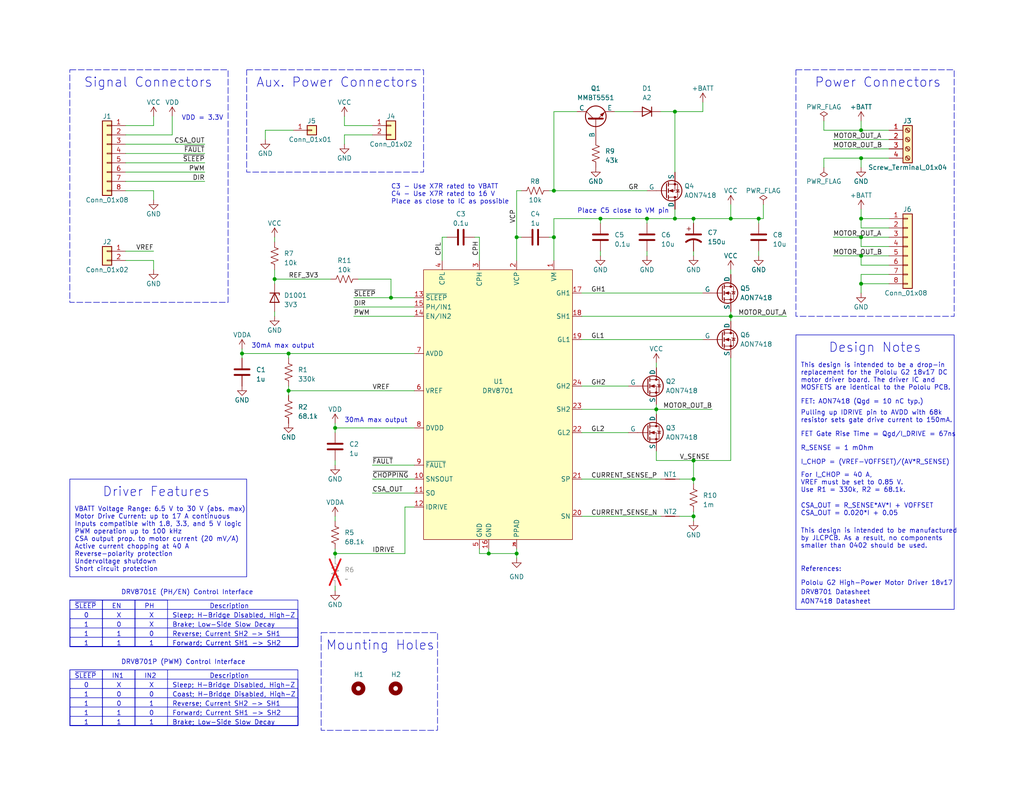
<source format=kicad_sch>
(kicad_sch (version 20230121) (generator eeschema)
  (paper "USLetter")
  (title_block (title "Brushed DC Motor Driver") (date "2023-04-26") (rev "2.0") (company "Geeks for Kids"))
  (lib_symbols
    (symbol "+BATT_1" (power) (pin_numbers hide) (pin_names (offset 0) hide)
      (property "Value" "+BATT_1" (at 0 3.556 0))
      (symbol "+BATT_1_1_1"
        (pin power_in line (at 0 0 90) (length 0) hide (name "+BATT") (number "1"))
      )
    )
    (symbol "+BATT_2" (power) (pin_numbers hide) (pin_names (offset 0) hide)
      (property "Value" "+BATT_2" (at 0 3.556 0))
      (symbol "+BATT_2_1_1"
        (pin power_in line (at 0 0 90) (length 0) hide (name "+BATT") (number "1"))
      )
    )
    (symbol "Brushed_DC_Motor_Driver_Parts:AON7418" (pin_numbers hide) (pin_names (offset 0))
      (property "Reference" "Q" (at 3.81 1.27 0))
      (property "Value" "AON7418" (at 7.62 -1.27 0))
      (symbol "AON7418_1_1"
        (pin passive line (at 0 -5.08 90) (length 2.54) (name "S") (number "1"))
        (pin passive line (at 0 -5.08 90) (length 2.54) (name "S") (number "2"))
        (pin passive line (at 0 -5.08 90) (length 2.54) (name "S") (number "3"))
        (pin input line (at -7.62 0 0) (length 2.54) (name "G") (number "4"))
        (pin passive line (at 0 5.08 270) (length 2.54) (name "D") (number "5"))
        (pin passive line (at 0 5.08 270) (length 2.54) (name "D") (number "6"))
        (pin passive line (at 0 5.08 270) (length 2.54) (name "D") (number "7"))
        (pin passive line (at 0 5.08 270) (length 2.54) (name "D") (number "8"))
        (pin passive line (at 0 5.08 270) (length 2.54) (name "D") (number "9"))
      )
    )
    (symbol "Brushed_DC_Motor_Driver_Parts:DRV8701"
      (property "Reference" "U1" (at 19.05 -30.48 0))
      (property "Value" "DRV8701" (at 20.32 -33.02 0))
      (symbol "DRV8701_1_1"
        (pin power_in line (at 35.56 2.54 270) (length 2.54) (name "VM") (number "1"))
        (pin open_collector line (at -2.54 -57.15 0) (length 2.54) (name "SNSOUT") (number "10"))
        (pin output line (at -2.54 -60.96 0) (length 2.54) (name "SO") (number "11"))
        (pin input line (at -2.54 -64.77 0) (length 2.54) (name "IDRIVE") (number "12"))
        (pin input line (at -2.54 -7.62 0) (length 2.54) (name "~{SLEEP}") (number "13"))
        (pin input line (at -2.54 -12.7 0) (length 2.54) (name "EN/IN2") (number "14"))
        (pin input line (at -2.54 -10.16 0) (length 2.54) (name "PH/IN1") (number "15"))
        (pin power_in line (at 17.78 -76.2 90) (length 2.54) (name "GND") (number "16"))
        (pin output line (at 43.18 -6.35 180) (length 2.54) (name "GH1") (number "17"))
        (pin input line (at 43.18 -12.7 180) (length 2.54) (name "SH1") (number "18"))
        (pin output line (at 43.18 -19.05 180) (length 2.54) (name "GL1") (number "19"))
        (pin power_out line (at 25.4 2.54 270) (length 2.54) (name "VCP") (number "2"))
        (pin input line (at 43.18 -67.31 180) (length 2.54) (name "SN") (number "20"))
        (pin input line (at 43.18 -57.15 180) (length 2.54) (name "SP") (number "21"))
        (pin output line (at 43.18 -44.45 180) (length 2.54) (name "GL2") (number "22"))
        (pin input line (at 43.18 -38.1 180) (length 2.54) (name "SH2") (number "23"))
        (pin output line (at 43.18 -31.75 180) (length 2.54) (name "GH2") (number "24"))
        (pin power_in line (at 25.4 -76.2 90) (length 2.54) (name "PPAD") (number "25"))
        (pin passive line (at 15.24 2.54 270) (length 2.54) (name "CPH") (number "3"))
        (pin passive line (at 5.08 2.54 270) (length 2.54) (name "CPL") (number "4"))
        (pin power_in line (at 15.24 -76.2 90) (length 2.54) (name "GND") (number "5"))
        (pin input line (at -2.54 -33.02 0) (length 2.54) (name "VREF") (number "6"))
        (pin power_out line (at -2.54 -22.86 0) (length 2.54) (name "AVDD") (number "7"))
        (pin power_out line (at -2.54 -43.18 0) (length 2.54) (name "DVDD") (number "8"))
        (pin open_collector line (at -2.54 -53.34 0) (length 2.54) (name "~{FAULT}") (number "9"))
      )
    )
    (symbol "Connector:Screw_Terminal_01x04" (pin_names (offset 1.016) hide)
      (property "Reference" "J" (at 0 5.08 0))
      (property "Value" "Screw_Terminal_01x04" (at 0 -7.62 0))
      (symbol "Screw_Terminal_01x04_1_1"
        (pin passive line (at -5.08 2.54 0) (length 3.81) (name "Pin_1") (number "1"))
        (pin passive line (at -5.08 0 0) (length 3.81) (name "Pin_2") (number "2"))
        (pin passive line (at -5.08 -2.54 0) (length 3.81) (name "Pin_3") (number "3"))
        (pin passive line (at -5.08 -5.08 0) (length 3.81) (name "Pin_4") (number "4"))
      )
    )
    (symbol "Connector_Generic:Conn_01x01" (pin_names (offset 1.016) hide)
      (property "Reference" "J" (at 0 2.54 0))
      (property "Value" "Conn_01x01" (at 0 -2.54 0))
      (symbol "Conn_01x01_1_1"
        (pin passive line (at -5.08 0 0) (length 3.81) (name "Pin_1") (number "1"))
      )
    )
    (symbol "Connector_Generic:Conn_01x02" (pin_names (offset 1.016) hide)
      (property "Reference" "J" (at 0 2.54 0))
      (property "Value" "Conn_01x02" (at 0 -5.08 0))
      (symbol "Conn_01x02_1_1"
        (pin passive line (at -5.08 0 0) (length 3.81) (name "Pin_1") (number "1"))
        (pin passive line (at -5.08 -2.54 0) (length 3.81) (name "Pin_2") (number "2"))
      )
    )
    (symbol "Connector_Generic:Conn_01x08" (pin_names (offset 1.016) hide)
      (property "Reference" "J" (at 0 10.16 0))
      (property "Value" "Conn_01x08" (at 0 -12.7 0))
      (symbol "Conn_01x08_1_1"
        (pin passive line (at -5.08 7.62 0) (length 3.81) (name "Pin_1") (number "1"))
        (pin passive line (at -5.08 5.08 0) (length 3.81) (name "Pin_2") (number "2"))
        (pin passive line (at -5.08 2.54 0) (length 3.81) (name "Pin_3") (number "3"))
        (pin passive line (at -5.08 0 0) (length 3.81) (name "Pin_4") (number "4"))
        (pin passive line (at -5.08 -2.54 0) (length 3.81) (name "Pin_5") (number "5"))
        (pin passive line (at -5.08 -5.08 0) (length 3.81) (name "Pin_6") (number "6"))
        (pin passive line (at -5.08 -7.62 0) (length 3.81) (name "Pin_7") (number "7"))
        (pin passive line (at -5.08 -10.16 0) (length 3.81) (name "Pin_8") (number "8"))
      )
    )
    (symbol "Device:C" (pin_numbers hide) (pin_names (offset 0.254))
      (property "Reference" "C" (at 0.635 2.54 0))
      (property "Value" "C" (at 0.635 -2.54 0))
      (symbol "C_1_1"
        (pin passive line (at 0 3.81 270) (length 2.794) (name "~") (number "1"))
        (pin passive line (at 0 -3.81 90) (length 2.794) (name "~") (number "2"))
      )
    )
    (symbol "Device:C_Polarized_US" (pin_numbers hide) (pin_names (offset 0.254) hide)
      (property "Reference" "C" (at 0.635 2.54 0))
      (property "Value" "C_Polarized_US" (at 0.635 -2.54 0))
      (symbol "C_Polarized_US_1_1"
        (pin passive line (at 0 3.81 270) (length 2.794) (name "~") (number "1"))
        (pin passive line (at 0 -3.81 90) (length 3.302) (name "~") (number "2"))
      )
    )
    (symbol "Device:D" (pin_numbers hide) (pin_names (offset 1.016) hide)
      (property "Reference" "D" (at 0 2.54 0))
      (property "Value" "D" (at 0 -2.54 0))
      (symbol "D_1_1"
        (pin passive line (at -3.81 0 0) (length 2.54) (name "K") (number "1"))
        (pin passive line (at 3.81 0 180) (length 2.54) (name "A") (number "2"))
      )
    )
    (symbol "Device:D_Zener" (pin_numbers hide) (pin_names (offset 1.016) hide)
      (property "Reference" "D" (at 0 2.54 0))
      (property "Value" "D_Zener" (at 0 -2.54 0))
      (symbol "D_Zener_1_1"
        (pin passive line (at -3.81 0 0) (length 2.54) (name "K") (number "1"))
        (pin passive line (at 3.81 0 180) (length 2.54) (name "A") (number "2"))
      )
    )
    (symbol "Device:NetTie_2" (pin_numbers hide) (pin_names (offset 0) hide) (in_bom no)
      (property "Reference" "NT" (at 0 1.27 0))
      (property "Value" "NetTie_2" (at 0 -1.27 0))
      (symbol "NetTie_2_1_1"
        (pin passive line (at -2.54 0 0) (length 2.54) (name "1") (number "1"))
        (pin passive line (at 2.54 0 180) (length 2.54) (name "2") (number "2"))
      )
    )
    (symbol "Device:R_US" (pin_numbers hide) (pin_names (offset 0))
      (property "Reference" "R" (at 2.54 0 90))
      (property "Value" "R_US" (at -2.54 0 90))
      (symbol "R_US_1_1"
        (pin passive line (at 0 3.81 270) (length 1.27) (name "~") (number "1"))
        (pin passive line (at 0 -3.81 90) (length 1.27) (name "~") (number "2"))
      )
    )
    (symbol "GND_1" (power) (pin_numbers hide) (pin_names (offset 0) hide)
      (property "Value" "GND_1" (at 0 -3.81 0))
      (symbol "GND_1_1_1"
        (pin power_in line (at 0 0 270) (length 0) hide (name "GND") (number "1"))
      )
    )
    (symbol "GND_10" (power) (pin_numbers hide) (pin_names (offset 0) hide)
      (property "Value" "GND_10" (at 0 -3.81 0))
      (symbol "GND_10_1_1"
        (pin power_in line (at 0 0 270) (length 0) hide (name "GND") (number "1"))
      )
    )
    (symbol "GND_11" (power) (pin_numbers hide) (pin_names (offset 0) hide)
      (property "Value" "GND_11" (at 0 -3.81 0))
      (symbol "GND_11_1_1"
        (pin power_in line (at 0 0 270) (length 0) hide (name "GND") (number "1"))
      )
    )
    (symbol "GND_12" (power) (pin_numbers hide) (pin_names (offset 0) hide)
      (property "Value" "GND_12" (at 0 -3.81 0))
      (symbol "GND_12_1_1"
        (pin power_in line (at 0 0 270) (length 0) hide (name "GND") (number "1"))
      )
    )
    (symbol "GND_13" (power) (pin_numbers hide) (pin_names (offset 0) hide)
      (property "Value" "GND_13" (at 0 -3.81 0))
      (symbol "GND_13_1_1"
        (pin power_in line (at 0 0 270) (length 0) hide (name "GND") (number "1"))
      )
    )
    (symbol "GND_14" (power) (pin_numbers hide) (pin_names (offset 0) hide)
      (property "Value" "GND_14" (at 0 -3.81 0))
      (symbol "GND_14_1_1"
        (pin power_in line (at 0 0 270) (length 0) hide (name "GND") (number "1"))
      )
    )
    (symbol "GND_15" (power) (pin_numbers hide) (pin_names (offset 0) hide)
      (property "Value" "GND_15" (at 0 -3.81 0))
      (symbol "GND_15_1_1"
        (pin power_in line (at 0 0 270) (length 0) hide (name "GND") (number "1"))
      )
    )
    (symbol "GND_16" (power) (pin_numbers hide) (pin_names (offset 0) hide)
      (property "Value" "GND_16" (at 0 -3.81 0))
      (symbol "GND_16_1_1"
        (pin power_in line (at 0 0 270) (length 0) hide (name "GND") (number "1"))
      )
    )
    (symbol "GND_17" (power) (pin_numbers hide) (pin_names (offset 0) hide)
      (property "Value" "GND_17" (at 0 -3.81 0))
      (symbol "GND_17_1_1"
        (pin power_in line (at 0 0 270) (length 0) hide (name "GND") (number "1"))
      )
    )
    (symbol "GND_2" (power) (pin_numbers hide) (pin_names (offset 0) hide)
      (property "Value" "GND_2" (at 0 -3.81 0))
      (symbol "GND_2_1_1"
        (pin power_in line (at 0 0 270) (length 0) hide (name "GND") (number "1"))
      )
    )
    (symbol "GND_3" (power) (pin_numbers hide) (pin_names (offset 0) hide)
      (property "Value" "GND_3" (at 0 -3.81 0))
      (symbol "GND_3_1_1"
        (pin power_in line (at 0 0 270) (length 0) hide (name "GND") (number "1"))
      )
    )
    (symbol "GND_4" (power) (pin_numbers hide) (pin_names (offset 0) hide)
      (property "Value" "GND_4" (at 0 -3.81 0))
      (symbol "GND_4_1_1"
        (pin power_in line (at 0 0 270) (length 0) hide (name "GND") (number "1"))
      )
    )
    (symbol "GND_5" (power) (pin_numbers hide) (pin_names (offset 0) hide)
      (property "Value" "GND_5" (at 0 -3.81 0))
      (symbol "GND_5_1_1"
        (pin power_in line (at 0 0 270) (length 0) hide (name "GND") (number "1"))
      )
    )
    (symbol "GND_6" (power) (pin_numbers hide) (pin_names (offset 0) hide)
      (property "Value" "GND_6" (at 0 -3.81 0))
      (symbol "GND_6_1_1"
        (pin power_in line (at 0 0 270) (length 0) hide (name "GND") (number "1"))
      )
    )
    (symbol "GND_7" (power) (pin_numbers hide) (pin_names (offset 0) hide)
      (property "Value" "GND_7" (at 0 -3.81 0))
      (symbol "GND_7_1_1"
        (pin power_in line (at 0 0 270) (length 0) hide (name "GND") (number "1"))
      )
    )
    (symbol "GND_8" (power) (pin_numbers hide) (pin_names (offset 0) hide)
      (property "Value" "GND_8" (at 0 -3.81 0))
      (symbol "GND_8_1_1"
        (pin power_in line (at 0 0 270) (length 0) hide (name "GND") (number "1"))
      )
    )
    (symbol "GND_9" (power) (pin_numbers hide) (pin_names (offset 0) hide)
      (property "Value" "GND_9" (at 0 -3.81 0))
      (symbol "GND_9_1_1"
        (pin power_in line (at 0 0 270) (length 0) hide (name "GND") (number "1"))
      )
    )
    (symbol "Mechanical:MountingHole" (pin_names (offset 1.016))
      (property "Reference" "H" (at 0 5.08 0))
      (property "Value" "MountingHole" (at 0 3.175 0))
    )
    (symbol "Simulation_SPICE:NPN" (pin_numbers hide) (pin_names (offset 0))
      (property "Reference" "Q" (at -2.54 7.62 0))
      (property "Value" "NPN" (at -2.54 5.08 0))
      (symbol "NPN_1_1"
        (pin open_collector line (at 2.54 5.08 270) (length 2.54) (name "C") (number "1"))
        (pin input line (at -5.08 0 0) (length 2.54) (name "B") (number "2"))
        (pin open_emitter line (at 2.54 -5.08 90) (length 2.54) (name "E") (number "3"))
      )
    )
    (symbol "VCC_1" (power) (pin_numbers hide) (pin_names (offset 0) hide)
      (property "Value" "VCC_1" (at 0 3.81 0))
      (symbol "VCC_1_1_1"
        (pin power_in line (at 0 0 90) (length 0) hide (name "VCC") (number "1"))
      )
    )
    (symbol "VCC_2" (power) (pin_numbers hide) (pin_names (offset 0) hide)
      (property "Value" "VCC_2" (at 0 3.81 0))
      (symbol "VCC_2_1_1"
        (pin power_in line (at 0 0 90) (length 0) hide (name "VCC") (number "1"))
      )
    )
    (symbol "VCC_3" (power) (pin_numbers hide) (pin_names (offset 0) hide)
      (property "Value" "VCC_3" (at 0 3.81 0))
      (symbol "VCC_3_1_1"
        (pin power_in line (at 0 0 90) (length 0) hide (name "VCC") (number "1"))
      )
    )
    (symbol "VCC_4" (power) (pin_numbers hide) (pin_names (offset 0) hide)
      (property "Value" "VCC_4" (at 0 3.81 0))
      (symbol "VCC_4_1_1"
        (pin power_in line (at 0 0 90) (length 0) hide (name "VCC") (number "1"))
      )
    )
    (symbol "VCC_5" (power) (pin_numbers hide) (pin_names (offset 0) hide)
      (property "Value" "VCC_5" (at 0 3.81 0))
      (symbol "VCC_5_1_1"
        (pin power_in line (at 0 0 90) (length 0) hide (name "VCC") (number "1"))
      )
    )
    (symbol "VDDA_1" (power) (pin_numbers hide) (pin_names (offset 0) hide)
      (property "Value" "VDDA_1" (at 0 3.81 0))
      (symbol "VDDA_1_1_1"
        (pin power_in line (at 0 0 90) (length 0) hide (name "VDDA") (number "1"))
      )
    )
    (symbol "VDD_1" (power) (pin_numbers hide) (pin_names (offset 0) hide)
      (property "Value" "VDD_1" (at 0 3.81 0))
      (symbol "VDD_1_1_1"
        (pin power_in line (at 0 0 90) (length 0) hide (name "VDD") (number "1"))
      )
    )
    (symbol "power:+BATT" (power) (pin_numbers hide) (pin_names (offset 0) hide)
      (property "Value" "+BATT" (at 0 3.556 0))
      (symbol "+BATT_1_1"
        (pin power_in line (at 0 0 90) (length 0) hide (name "+BATT") (number "1"))
      )
    )
    (symbol "power:GND" (power) (pin_numbers hide) (pin_names (offset 0) hide)
      (property "Value" "GND" (at 0 -3.81 0))
      (symbol "GND_1_1"
        (pin power_in line (at 0 0 270) (length 0) hide (name "GND") (number "1"))
      )
    )
    (symbol "power:PWR_FLAG" (power) (pin_numbers hide) (pin_names (offset 0) hide)
      (property "Value" "PWR_FLAG" (at 0 3.81 0))
      (symbol "PWR_FLAG_0_0"
        (pin power_out line (at 0 0 90) (length 0) (name "pwr") (number "1"))
      )
    )
    (symbol "power:VCC" (power) (pin_names (offset 0))
      (property "Value" "VCC" (at 0 3.81 0))
      (symbol "VCC_1_1"
        (pin power_in line (at 0 0 90) (length 0) hide (name "VCC") (number "1"))
      )
    )
    (symbol "power:VDD" (power) (pin_numbers hide) (pin_names (offset 0) hide)
      (property "Value" "VDD" (at 0 3.81 0))
      (symbol "VDD_1_1"
        (pin power_in line (at 0 0 90) (length 0) hide (name "VDD") (number "1"))
      )
    )
    (symbol "power:VDDA" (power) (pin_numbers hide) (pin_names (offset 0) hide)
      (property "Value" "VDDA" (at 0 3.81 0))
      (symbol "VDDA_1_1"
        (pin power_in line (at 0 0 90) (length 0) hide (name "VDDA") (number "1"))
      )
    )
  )
  (junction (at 199.39 59.69))
  (junction (at 234.95 35.56))
  (junction (at 78.74 96.52))
  (junction (at 189.23 140.97))
  (junction (at 133.35 151.13))
  (junction (at 184.15 59.69))
  (junction (at 151.13 52.07))
  (junction (at 189.23 130.81))
  (junction (at 184.15 30.48))
  (junction (at 78.74 106.68))
  (junction (at 151.13 64.77))
  (junction (at 234.95 59.69))
  (junction (at 189.23 59.69))
  (junction (at 179.07 111.76))
  (junction (at 199.39 86.36))
  (junction (at 91.44 116.84))
  (junction (at 66.04 96.52))
  (junction (at 74.93 76.2))
  (junction (at 176.53 59.69))
  (junction (at 140.97 151.13))
  (junction (at 163.83 59.69))
  (junction (at 140.97 64.77))
  (junction (at 106.68 81.28))
  (junction (at 234.95 69.85))
  (junction (at 234.95 77.47))
  (junction (at 234.95 43.18))
  (junction (at 91.44 151.13))
  (junction (at 234.95 64.77))
  (junction (at 189.23 125.73))
  (junction (at 207.01 59.69))
  (wire (pts (xy 91.44 115.57) (xy 91.44 116.84)))
  (wire (pts (xy 234.95 43.18) (xy 242.57 43.18)))
  (wire (pts (xy 234.95 67.31) (xy 234.95 64.77)))
  (wire (pts (xy 242.57 74.93) (xy 234.95 74.93)))
  (wire (pts (xy 227.33 40.64) (xy 242.57 40.64)))
  (wire (pts (xy 91.44 116.84) (xy 113.03 116.84)))
  (wire (pts (xy 78.74 105.41) (xy 78.74 106.68)))
  (wire (pts (xy 234.95 57.15) (xy 234.95 59.69)))
  (wire (pts (xy 96.52 86.36) (xy 113.03 86.36)))
  (wire (pts (xy 189.23 139.7) (xy 189.23 140.97)))
  (wire (pts (xy 133.35 149.86) (xy 133.35 151.13)))
  (wire (pts (xy 93.98 31.75) (xy 93.98 34.29)))
  (wire (pts (xy 242.57 67.31) (xy 234.95 67.31)))
  (wire (pts (xy 189.23 60.96) (xy 189.23 59.69)))
  (wire (pts (xy 224.79 35.56) (xy 234.95 35.56)))
  (wire (pts (xy 234.95 64.77) (xy 242.57 64.77)))
  (wire (pts (xy 151.13 59.69) (xy 151.13 64.77)))
  (wire (pts (xy 91.44 161.29) (xy 91.44 160.02)))
  (wire (pts (xy 130.81 149.86) (xy 130.81 151.13)))
  (wire (pts (xy 130.81 151.13) (xy 133.35 151.13)))
  (wire (pts (xy 179.07 123.19) (xy 179.07 125.73)))
  (wire (pts (xy 176.53 59.69) (xy 184.15 59.69)))
  (wire (pts (xy 151.13 64.77) (xy 149.86 64.77)))
  (wire (pts (xy 199.39 85.09) (xy 199.39 86.36)))
  (wire (pts (xy 224.79 43.18) (xy 234.95 43.18)))
  (wire (pts (xy 234.95 69.85) (xy 242.57 69.85)))
  (wire (pts (xy 242.57 72.39) (xy 234.95 72.39)))
  (wire (pts (xy 189.23 130.81) (xy 189.23 132.08)))
  (wire (pts (xy 41.91 73.66) (xy 41.91 71.12)))
  (wire (pts (xy 93.98 34.29) (xy 101.6 34.29)))
  (wire (pts (xy 176.53 68.58) (xy 176.53 69.85)))
  (wire (pts (xy 185.42 130.81) (xy 189.23 130.81)))
  (wire (pts (xy 34.29 44.45) (xy 55.88 44.45)))
  (wire (pts (xy 78.74 97.79) (xy 78.74 96.52)))
  (wire (pts (xy 185.42 140.97) (xy 189.23 140.97)))
  (wire (pts (xy 189.23 68.58) (xy 189.23 69.85)))
  (wire (pts (xy 242.57 62.23) (xy 234.95 62.23)))
  (wire (pts (xy 184.15 30.48) (xy 180.34 30.48)))
  (wire (pts (xy 207.01 59.69) (xy 208.28 59.69)))
  (wire (pts (xy 34.29 41.91) (xy 55.88 41.91)))
  (wire (pts (xy 96.52 81.28) (xy 106.68 81.28)))
  (wire (pts (xy 66.04 97.79) (xy 66.04 96.52)))
  (wire (pts (xy 34.29 49.53) (xy 55.88 49.53)))
  (wire (pts (xy 234.95 77.47) (xy 242.57 77.47)))
  (wire (pts (xy 101.6 130.81) (xy 113.03 130.81)))
  (wire (pts (xy 106.68 76.2) (xy 106.68 81.28)))
  (wire (pts (xy 199.39 86.36) (xy 199.39 87.63)))
  (wire (pts (xy 158.75 130.81) (xy 180.34 130.81)))
  (wire (pts (xy 74.93 76.2) (xy 90.17 76.2)))
  (wire (pts (xy 234.95 72.39) (xy 234.95 69.85)))
  (wire (pts (xy 72.39 35.56) (xy 80.01 35.56)))
  (wire (pts (xy 199.39 86.36) (xy 214.63 86.36)))
  (wire (pts (xy 142.24 64.77) (xy 140.97 64.77)))
  (wire (pts (xy 93.98 39.37) (xy 93.98 36.83)))
  (wire (pts (xy 207.01 68.58) (xy 207.01 69.85)))
  (wire (pts (xy 179.07 111.76) (xy 179.07 113.03)))
  (wire (pts (xy 208.28 55.88) (xy 208.28 59.69)))
  (wire (pts (xy 158.75 111.76) (xy 179.07 111.76)))
  (wire (pts (xy 151.13 30.48) (xy 157.48 30.48)))
  (wire (pts (xy 151.13 64.77) (xy 151.13 71.12)))
  (wire (pts (xy 133.35 151.13) (xy 140.97 151.13)))
  (wire (pts (xy 234.95 62.23) (xy 234.95 59.69)))
  (wire (pts (xy 227.33 38.1) (xy 242.57 38.1)))
  (wire (pts (xy 91.44 151.13) (xy 91.44 149.86)))
  (wire (pts (xy 66.04 96.52) (xy 78.74 96.52)))
  (wire (pts (xy 179.07 99.06) (xy 179.07 100.33)))
  (wire (pts (xy 199.39 59.69) (xy 207.01 59.69)))
  (wire (pts (xy 179.07 125.73) (xy 189.23 125.73)))
  (wire (pts (xy 130.81 64.77) (xy 130.81 71.12)))
  (wire (pts (xy 151.13 52.07) (xy 176.53 52.07)))
  (wire (pts (xy 163.83 68.58) (xy 163.83 69.85)))
  (wire (pts (xy 120.65 64.77) (xy 120.65 71.12)))
  (wire (pts (xy 110.49 138.43) (xy 113.03 138.43)))
  (wire (pts (xy 140.97 151.13) (xy 140.97 152.4)))
  (wire (pts (xy 179.07 110.49) (xy 179.07 111.76)))
  (wire (pts (xy 189.23 125.73) (xy 199.39 125.73)))
  (wire (pts (xy 46.99 31.75) (xy 46.99 36.83)))
  (wire (pts (xy 91.44 140.97) (xy 91.44 142.24)))
  (wire (pts (xy 151.13 30.48) (xy 151.13 52.07)))
  (wire (pts (xy 234.95 33.02) (xy 234.95 35.56)))
  (wire (pts (xy 191.77 27.94) (xy 191.77 30.48)))
  (wire (pts (xy 96.52 83.82) (xy 113.03 83.82)))
  (wire (pts (xy 106.68 81.28) (xy 113.03 81.28)))
  (wire (pts (xy 74.93 73.66) (xy 74.93 76.2)))
  (wire (pts (xy 78.74 96.52) (xy 113.03 96.52)))
  (wire (pts (xy 93.98 36.83) (xy 101.6 36.83)))
  (wire (pts (xy 163.83 59.69) (xy 176.53 59.69)))
  (wire (pts (xy 101.6 127) (xy 113.03 127)))
  (wire (pts (xy 34.29 36.83) (xy 46.99 36.83)))
  (wire (pts (xy 224.79 45.72) (xy 224.79 43.18)))
  (wire (pts (xy 184.15 59.69) (xy 189.23 59.69)))
  (wire (pts (xy 189.23 125.73) (xy 189.23 130.81)))
  (wire (pts (xy 158.75 92.71) (xy 191.77 92.71)))
  (wire (pts (xy 91.44 151.13) (xy 110.49 151.13)))
  (wire (pts (xy 167.64 30.48) (xy 172.72 30.48)))
  (wire (pts (xy 78.74 106.68) (xy 78.74 107.95)))
  (wire (pts (xy 234.95 45.72) (xy 234.95 43.18)))
  (wire (pts (xy 97.79 76.2) (xy 106.68 76.2)))
  (wire (pts (xy 189.23 59.69) (xy 199.39 59.69)))
  (wire (pts (xy 101.6 134.62) (xy 113.03 134.62)))
  (wire (pts (xy 140.97 52.07) (xy 140.97 64.77)))
  (wire (pts (xy 189.23 140.97) (xy 189.23 142.24)))
  (wire (pts (xy 34.29 68.58) (xy 41.91 68.58)))
  (wire (pts (xy 91.44 151.13) (xy 91.44 152.4)))
  (wire (pts (xy 110.49 151.13) (xy 110.49 138.43)))
  (wire (pts (xy 34.29 71.12) (xy 41.91 71.12)))
  (wire (pts (xy 140.97 149.86) (xy 140.97 151.13)))
  (wire (pts (xy 120.65 64.77) (xy 121.92 64.77)))
  (wire (pts (xy 158.75 118.11) (xy 171.45 118.11)))
  (wire (pts (xy 224.79 33.02) (xy 224.79 35.56)))
  (wire (pts (xy 74.93 76.2) (xy 74.93 77.47)))
  (wire (pts (xy 184.15 57.15) (xy 184.15 59.69)))
  (wire (pts (xy 234.95 74.93) (xy 234.95 77.47)))
  (wire (pts (xy 91.44 118.11) (xy 91.44 116.84)))
  (wire (pts (xy 227.33 69.85) (xy 234.95 69.85)))
  (wire (pts (xy 91.44 127) (xy 91.44 125.73)))
  (wire (pts (xy 234.95 35.56) (xy 242.57 35.56)))
  (wire (pts (xy 34.29 34.29) (xy 41.91 34.29)))
  (wire (pts (xy 184.15 30.48) (xy 191.77 30.48)))
  (wire (pts (xy 176.53 59.69) (xy 176.53 60.96)))
  (wire (pts (xy 163.83 59.69) (xy 163.83 60.96)))
  (wire (pts (xy 207.01 59.69) (xy 207.01 60.96)))
  (wire (pts (xy 34.29 46.99) (xy 55.88 46.99)))
  (wire (pts (xy 158.75 140.97) (xy 180.34 140.97)))
  (wire (pts (xy 140.97 52.07) (xy 142.24 52.07)))
  (wire (pts (xy 74.93 64.77) (xy 74.93 66.04)))
  (wire (pts (xy 41.91 54.61) (xy 41.91 52.07)))
  (wire (pts (xy 199.39 73.66) (xy 199.39 74.93)))
  (wire (pts (xy 158.75 86.36) (xy 199.39 86.36)))
  (wire (pts (xy 184.15 30.48) (xy 184.15 46.99)))
  (wire (pts (xy 163.83 59.69) (xy 151.13 59.69)))
  (wire (pts (xy 41.91 31.75) (xy 41.91 34.29)))
  (wire (pts (xy 199.39 55.88) (xy 199.39 59.69)))
  (wire (pts (xy 140.97 64.77) (xy 140.97 71.12)))
  (wire (pts (xy 130.81 64.77) (xy 129.54 64.77)))
  (wire (pts (xy 227.33 64.77) (xy 234.95 64.77)))
  (wire (pts (xy 149.86 52.07) (xy 151.13 52.07)))
  (wire (pts (xy 158.75 105.41) (xy 171.45 105.41)))
  (wire (pts (xy 66.04 95.25) (xy 66.04 96.52)))
  (wire (pts (xy 199.39 97.79) (xy 199.39 125.73)))
  (wire (pts (xy 179.07 111.76) (xy 194.31 111.76)))
  (wire (pts (xy 41.91 52.07) (xy 34.29 52.07)))
  (wire (pts (xy 72.39 38.1) (xy 72.39 35.56)))
  (wire (pts (xy 234.95 59.69) (xy 242.57 59.69)))
  (wire (pts (xy 158.75 80.01) (xy 191.77 80.01)))
  (wire (pts (xy 34.29 39.37) (xy 55.88 39.37)))
  (wire (pts (xy 74.93 86.36) (xy 74.93 85.09)))
  (wire (pts (xy 78.74 106.68) (xy 113.03 106.68)))
  (wire (pts (xy 234.95 77.47) (xy 234.95 80.01)))
  (rectangle (start 19.05 171.45) (end 81.28 176.53))
  (rectangle (start 19.05 182.88) (end 27.94 198.12))
  (rectangle (start 19.05 182.88) (end 81.28 198.12))
  (rectangle (start 36.83 182.88) (end 45.72 198.12))
  (rectangle (start 19.05 163.83) (end 81.28 176.53))
  (rectangle (start 19.05 19.05) (end 62.23 82.55) (stroke (width 0) (type dash)))
  (rectangle (start 19.05 185.42) (end 81.28 198.12))
  (rectangle (start 19.05 195.58) (end 81.28 198.12))
  (rectangle (start 19.05 173.99) (end 81.28 176.53))
  (rectangle (start 19.05 168.91) (end 81.28 176.53))
  (rectangle (start 19.05 193.04) (end 81.28 198.12))
  (rectangle (start 27.94 163.83) (end 36.83 176.53))
  (rectangle (start 67.31 19.05) (end 115.57 46.99) (stroke (width 0) (type dash)))
  (rectangle (start 217.17 19.05) (end 260.35 86.36) (stroke (width 0) (type dash)))
  (rectangle (start 27.94 182.88) (end 36.83 198.12))
  (rectangle (start 217.17 91.44) (end 260.35 166.37))
  (rectangle (start 19.05 166.37) (end 81.28 176.53))
  (rectangle (start 19.05 190.5) (end 81.28 198.12))
  (rectangle (start 19.05 163.83) (end 27.94 176.53))
  (rectangle (start 87.63 172.72) (end 119.38 199.39) (stroke (width 0) (type dash)))
  (rectangle (start 36.83 163.83) (end 45.72 176.53))
  (rectangle (start 19.05 187.96) (end 81.28 198.12))
  (rectangle (start 19.05 130.81) (end 67.31 157.48))
  (text "Aux. Power Connectors" (at 69.85 24.13 0) (effects (font (size 2.54 2.54)) (justify left bottom)))
  (text "1" (at 40.64 176.53 0) (effects (font (size 1.27 1.27)) (justify left bottom)))
  (text "0" (at 40.64 195.58 0) (effects (font (size 1.27 1.27)) (justify left bottom)))
  (text "Reverse; Current SH2 -> SH1" (at 46.99 173.99 0) (effects (font (size 1.27 1.27)) (justify left bottom)))
  (text "Design Notes" (at 226.06 96.52 0) (effects (font (size 2.54 2.54)) (justify left bottom)))
  (text "This design is intended to be a drop-in \nreplacement for the Pololu G2 18v17 DC \nmotor driver board. The driver IC and \nMOSFETS are identical to the Pololu PCB. " (at 218.44 106.68 0) (effects (font (size 1.27 1.27)) (justify left bottom)))
  (text "Brake; Low-Side Slow Decay" (at 46.99 198.12 0) (effects (font (size 1.27 1.27)) (justify left bottom)))
  (text "1" (at 40.64 198.12 0) (effects (font (size 1.27 1.27)) (justify left bottom)))
  (text "1" (at 40.64 193.04 0) (effects (font (size 1.27 1.27)) (justify left bottom)))
  (text "CSA_OUT = R_SENSE*AV*I + VOFFSET\nCSA_OUT = 0.020*I + 0.05\n" (at 218.44 140.97 0) (effects (font (size 1.27 1.27)) (justify left bottom)))
  (text "~{SLEEP}" (at 20.32 185.42 0) (effects (font (size 1.27 1.27)) (justify left bottom)))
  (text "Sleep; H-Bridge Disabled, High-Z" (at 46.99 168.91 0) (effects (font (size 1.27 1.27)) (justify left bottom)))
  (text "X" (at 40.64 168.91 0) (effects (font (size 1.27 1.27)) (justify left bottom)))
  (text "1" (at 31.75 173.99 0) (effects (font (size 1.27 1.27)) (justify left bottom)))
  (text "Description" (at 57.15 185.42 0) (effects (font (size 1.27 1.27)) (justify left bottom)))
  (text "This design is intended to be manufactured \nby JLCPCB. As a result, no components \nsmaller than 0402 should be used. " (at 218.44 149.86 0) (effects (font (size 1.27 1.27)) (justify left bottom)))
  (text "IN2" (at 39.37 185.42 0) (effects (font (size 1.27 1.27)) (justify left bottom)))
  (text "X" (at 31.75 187.96 0) (effects (font (size 1.27 1.27)) (justify left bottom)))
  (text "1" (at 22.86 190.5 0) (effects (font (size 1.27 1.27)) (justify left bottom)))
  (text "Power Connectors" (at 222.25 24.13 0) (effects (font (size 2.54 2.54)) (justify left bottom)))
  (text "Sleep; H-Bridge Disabled, High-Z" (at 46.99 187.96 0) (effects (font (size 1.27 1.27)) (justify left bottom)))
  (text "0" (at 31.75 171.45 0) (effects (font (size 1.27 1.27)) (justify left bottom)))
  (text "IN1" (at 30.48 185.42 0) (effects (font (size 1.27 1.27)) (justify left bottom)))
  (text "FET: AON7418 (Qgd = 10 nC typ.)" (at 218.44 110.49 0) (effects (font (size 1.27 1.27)) (justify left bottom)))
  (text "AON7418 Datasheet" (at 218.44 165.1 0) (effects (font (size 1.27 1.27)) (justify left bottom)))
  (text "Forward; Current SH1 -> SH2" (at 46.99 195.58 0) (effects (font (size 1.27 1.27)) (justify left bottom)))
  (text "Driver Features" (at 27.94 135.89 0) (effects (font (size 2.54 2.54)) (justify left bottom)))
  (text "EN" (at 30.48 166.37 0) (effects (font (size 1.27 1.27)) (justify left bottom)))
  (text "DRV8701P (PWM) Control Interface" (at 33.02 181.61 0) (effects (font (size 1.27 1.27)) (justify left bottom)))
  (text "X" (at 40.64 187.96 0) (effects (font (size 1.27 1.27)) (justify left bottom)))
  (text "30mA max output" (at 68.58 95.25 0) (effects (font (size 1.27 1.27)) (justify left bottom)))
  (text "Forward; Current SH1 -> SH2" (at 46.99 176.53 0) (effects (font (size 1.27 1.27)) (justify left bottom)))
  (text "DRV8701E (PH/EN) Control Interface" (at 33.02 162.56 0) (effects (font (size 1.27 1.27)) (justify left bottom)))
  (text "R_SENSE = 1 mOhm" (at 218.44 123.19 0) (effects (font (size 1.27 1.27)) (justify left bottom)))
  (text "0" (at 31.75 190.5 0) (effects (font (size 1.27 1.27)) (justify left bottom)))
  (text "Mounting Holes" (at 88.9 177.8 0) (effects (font (size 2.54 2.54)) (justify left bottom)))
  (text "C3 - Use X7R rated to VBATT\nC4 - Use X7R rated to 16 V\nPlace as close to IC as possible" (at 106.68 55.88 0) (effects (font (size 1.27 1.27)) (justify left bottom)))
  (text "VDD = 3.3V" (at 49.53 33.02 0) (effects (font (size 1.27 1.27)) (justify left bottom)))
  (text "~{SLEEP}" (at 20.32 166.37 0) (effects (font (size 1.27 1.27)) (justify left bottom)))
  (text "DRV8701 Datasheet" (at 218.44 162.56 0) (effects (font (size 1.27 1.27)) (justify left bottom)))
  (text "0" (at 22.86 168.91 0) (effects (font (size 1.27 1.27)) (justify left bottom)))
  (text "1" (at 22.86 173.99 0) (effects (font (size 1.27 1.27)) (justify left bottom)))
  (text "Pulling up IDRIVE pin to AVDD with 68k \nresistor sets gate drive current to 150mA." (at 218.44 115.57 0) (effects (font (size 1.27 1.27)) (justify left bottom)))
  (text "References:" (at 218.44 156.21 0) (effects (font (size 1.27 1.27)) (justify left bottom)))
  (text "Coast; H-Bridge Disabled, High-Z" (at 46.99 190.5 0) (effects (font (size 1.27 1.27)) (justify left bottom)))
  (text "1" (at 31.75 195.58 0) (effects (font (size 1.27 1.27)) (justify left bottom)))
  (text "1" (at 22.86 195.58 0) (effects (font (size 1.27 1.27)) (justify left bottom)))
  (text "Description" (at 57.15 166.37 0) (effects (font (size 1.27 1.27)) (justify left bottom)))
  (text "Signal Connectors" (at 22.86 24.13 0) (effects (font (size 2.54 2.54)) (justify left bottom)))
  (text "0" (at 22.86 187.96 0) (effects (font (size 1.27 1.27)) (justify left bottom)))
  (text "0" (at 40.64 190.5 0) (effects (font (size 1.27 1.27)) (justify left bottom)))
  (text "0" (at 31.75 193.04 0) (effects (font (size 1.27 1.27)) (justify left bottom)))
  (text "Brake; Low-Side Slow Decay" (at 46.99 171.45 0) (effects (font (size 1.27 1.27)) (justify left bottom)))
  (text "1" (at 22.86 198.12 0) (effects (font (size 1.27 1.27)) (justify left bottom)))
  (text "X" (at 40.64 171.45 0) (effects (font (size 1.27 1.27)) (justify left bottom)))
  (text "30mA max output" (at 93.98 115.57 0) (effects (font (size 1.27 1.27)) (justify left bottom)))
  (text "X" (at 31.75 168.91 0) (effects (font (size 1.27 1.27)) (justify left bottom)))
  (text "0" (at 40.64 173.99 0) (effects (font (size 1.27 1.27)) (justify left bottom)))
  (text "Reverse; Current SH2 -> SH1" (at 46.99 193.04 0) (effects (font (size 1.27 1.27)) (justify left bottom)))
  (text "1" (at 22.86 193.04 0) (effects (font (size 1.27 1.27)) (justify left bottom)))
  (text "1" (at 22.86 171.45 0) (effects (font (size 1.27 1.27)) (justify left bottom)))
  (text "1" (at 31.75 198.12 0) (effects (font (size 1.27 1.27)) (justify left bottom)))
  (text "PH" (at 39.37 166.37 0) (effects (font (size 1.27 1.27)) (justify left bottom)))
  (text "For I_CHOP = 40 A, \nVREF must be set to 0.85 V. \nUse R1 = 330k, R2 = 68.1k." (at 218.44 134.62 0) (effects (font (size 1.27 1.27)) (justify left bottom)))
  (text "Place C5 close to VM pin" (at 157.48 58.42 0) (effects (font (size 1.27 1.27)) (justify left bottom)))
  (text "1" (at 31.75 176.53 0) (effects (font (size 1.27 1.27)) (justify left bottom)))
  (text "VBATT Voltage Range: 6.5 V to 30 V (abs. max)\nMotor Drive Current: up to 17 A continuous\nInputs compatible with 1.8, 3.3, and 5 V logic\nPWM operation up to 100 kHz\nCSA output prop. to motor current (20 mV/A)\nActive current chopping at 40 A\nReverse-polarity protection\nUndervoltage shutdown\nShort circuit protection" (at 20.32 156.21 0) (effects (font (size 1.27 1.27)) (justify left bottom)))
  (text "Pololu G2 High-Power Motor Driver 18v17" (at 218.44 160.02 0) (effects (font (size 1.27 1.27)) (justify left bottom)))
  (text "I_CHOP = (VREF-VOFFSET)/(AV*R_SENSE)" (at 218.44 127 0) (effects (font (size 1.27 1.27)) (justify left bottom)))
  (text "FET Gate Rise Time = Qgd/I_DRIVE = 67ns" (at 218.44 119.38 0) (effects (font (size 1.27 1.27)) (justify left bottom)))
  (text "1" (at 22.86 176.53 0) (effects (font (size 1.27 1.27)) (justify left bottom)))
  (label "MOTOR_OUT_B" (at 194.31 111.76 180))
  (label "MOTOR_OUT_B" (at 227.33 40.64 0))
  (label "CSA_OUT" (at 101.6 134.62 0))
  (label "MOTOR_OUT_A" (at 227.33 64.77 0))
  (label "VREF" (at 101.6 106.68 0))
  (label "~{FAULT}" (at 55.88 41.91 180))
  (label "CSA_OUT" (at 55.88 39.37 180))
  (label "DIR" (at 55.88 49.53 180))
  (label "~{SLEEP}" (at 55.88 44.45 180))
  (label "MOTOR_OUT_A" (at 227.33 38.1 0))
  (label "~{CHOPPING}" (at 101.6 130.81 0))
  (label "GH2" (at 161.29 105.41 0))
  (label "REF_3V3" (at 78.74 76.2 0))
  (label "~{SLEEP}" (at 96.52 81.28 0))
  (label "~{FAULT}" (at 101.6 127 0))
  (label "GH1" (at 161.29 80.01 0))
  (label "GR" (at 171.45 52.07 0))
  (label "CURRENT_SENSE_P" (at 161.29 130.81 0))
  (label "CPL" (at 120.65 69.85 90))
  (label "MOTOR_OUT_B" (at 227.33 69.85 0))
  (label "PWM" (at 55.88 46.99 180))
  (label "V_SENSE" (at 185.42 125.73 0))
  (label "CURRENT_SENSE_N" (at 161.29 140.97 0))
  (label "GL1" (at 161.29 92.71 0))
  (label "VCP" (at 140.97 60.96 90))
  (label "IDRIVE" (at 101.6 151.13 0))
  (label "GL2" (at 161.29 118.11 0))
  (label "VREF" (at 41.91 68.58 180))
  (label "MOTOR_OUT_A" (at 214.63 86.36 180))
  (label "PWM" (at 96.52 86.36 0))
  (label "CPH" (at 130.81 69.85 90))
  (label "DIR" (at 96.52 83.82 0))
  (symbol (lib_id "Connector_Generic:Conn_01x08") (at 247.65 67.31 0) (unit 1) (in_bom no)
    (property "Reference" "J6" (at 246.38 57.15 0) (effects (justify left)))
    (property "Value" "Conn_01x08" (at 241.3 80.01 0) (effects (justify left)))
    (property "Footprint" "Brushed_DC_Motor_Driver_Parts:PinHeader_1x08_P2.54mm_Vertical" (effects hide))
  )
  (symbol (lib_name "GND_7") (lib_id "power:GND") (at 78.74 115.57 0) (mirror y) (unit 1)
    (property "Reference" "#PWR07" (effects hide))
    (property "Value" "GND" (at 78.74 119.38 0))
  )
  (symbol (lib_id "Device:C") (at 207.01 64.77 180) (unit 1)
    (property "Reference" "C8" (at 210.82 64.135 0) (effects (justify right)))
    (property "Value" "10u" (at 210.82 66.675 0) (effects (justify right)))
    (property "Footprint" "Brushed_DC_Motor_Driver_Parts:C_0805_2012Metric" (effects hide))
    (property "MPN" "C162422" (effects hide))
  )
  (symbol (lib_id "Device:C") (at 146.05 64.77 90) (unit 1)
    (property "Reference" "C4" (at 146.05 58.42 90))
    (property "Value" "1u" (at 146.05 60.96 90))
    (property "Footprint" "Brushed_DC_Motor_Driver_Parts:C_0402_1005Metric" (effects hide))
    (property "MPN" "C29266" (effects hide))
  )
  (symbol (lib_name "GND_8") (lib_id "power:GND") (at 91.44 127 0) (mirror y) (unit 1)
    (property "Reference" "#PWR09" (effects hide))
    (property "Value" "GND" (at 91.44 130.81 0))
  )
  (symbol (lib_id "Device:R_US") (at 74.93 69.85 0) (unit 1)
    (property "Reference" "R7" (at 77.47 69.215 0) (effects (justify left)))
    (property "Value" "10k" (at 77.47 71.755 0) (effects (justify left)))
    (property "Footprint" "Brushed_DC_Motor_Driver_Parts:R_0402_1005Metric" (effects hide))
    (property "MPN" "C60490" (effects hide))
  )
  (symbol (lib_id "Brushed_DC_Motor_Driver_Parts:AON7418") (at 199.39 80.01 0) (unit 1)
    (property "Reference" "Q5" (at 201.93 78.74 0) (effects (justify left)))
    (property "Value" "AON7418" (at 201.93 81.28 0) (effects (justify left)))
    (property "Footprint" "Brushed_DC_Motor_Driver_Parts:AON7418" (effects hide))
    (property "Datasheet" "https://aosmd.com/res/data_sheets/AON7418.pdf" (effects hide))
    (property "MPN" "C74384" (effects hide))
  )
  (symbol (lib_id "Device:C") (at 66.04 101.6 180) (unit 1)
    (property "Reference" "C1" (at 69.85 100.965 0) (effects (justify right)))
    (property "Value" "1u" (at 69.85 103.505 0) (effects (justify right)))
    (property "Footprint" "Brushed_DC_Motor_Driver_Parts:C_0402_1005Metric" (effects hide))
    (property "MPN" "C29266" (effects hide))
  )
  (symbol (lib_id "Connector:Screw_Terminal_01x04") (at 247.65 38.1 0) (unit 1) (in_bom no)
    (property "Reference" "J3" (at 246.38 33.02 0) (effects (justify left)))
    (property "Value" "Screw_Terminal_01x04" (at 247.65 45.72 0))
    (property "Footprint" "Brushed_DC_Motor_Driver_Parts:CUI_TB004-508-04BE" (effects hide))
  )
  (symbol (lib_id "Device:D_Zener") (at 74.93 81.28 270) (unit 1)
    (property "Reference" "D1001" (at 77.47 80.645 90) (effects (justify left)))
    (property "Value" "3V3" (at 77.47 83.185 90) (effects (justify left)))
    (property "Footprint" "Diode_SMD:D_SOD-523" (effects hide))
    (property "Datasheet" "C151563" (effects hide))
  )
  (symbol (lib_id "Device:C") (at 91.44 121.92 180) (unit 1)
    (property "Reference" "C2" (at 95.25 121.285 0) (effects (justify right)))
    (property "Value" "1u" (at 95.25 123.825 0) (effects (justify right)))
    (property "Footprint" "Brushed_DC_Motor_Driver_Parts:C_0402_1005Metric" (effects hide))
    (property "MPN" "C29266" (effects hide))
  )
  (symbol (lib_name "GND_9") (lib_id "power:GND") (at 91.44 161.29 0) (mirror y) (unit 1)
    (property "Reference" "#PWR013" (effects hide))
    (property "Value" "GND" (at 91.44 165.1 0))
  )
  (symbol (lib_id "Device:R_US") (at 78.74 101.6 0) (unit 1)
    (property "Reference" "R1" (at 81.28 100.965 0) (effects (justify left)))
    (property "Value" "330k" (at 81.28 103.505 0) (effects (justify left)))
    (property "Footprint" "Brushed_DC_Motor_Driver_Parts:R_0402_1005Metric" (effects hide))
    (property "MPN" "C138006" (effects hide))
  )
  (symbol (lib_id "Connector_Generic:Conn_01x08") (at 29.21 41.91 0) (mirror y) (unit 1) (in_bom no)
    (property "Reference" "J1" (at 29.21 31.75 0))
    (property "Value" "Conn_01x08" (at 29.21 54.61 0))
    (property "Footprint" "Brushed_DC_Motor_Driver_Parts:PinHeader_1x08_P2.54mm_Vertical" (effects hide))
  )
  (symbol (lib_id "Device:R_US") (at 91.44 156.21 0) (unit 1) (in_bom no) (dnp yes)
    (property "Reference" "R6" (at 93.98 155.575 0) (effects (justify left)))
    (property "Value" "~" (at 93.98 158.115 0) (effects (justify left)))
    (property "Footprint" "Brushed_DC_Motor_Driver_Parts:R_0402_1005Metric" (effects hide))
  )
  (symbol (lib_name "GND_6") (lib_id "power:GND") (at 66.04 105.41 0) (mirror y) (unit 1)
    (property "Reference" "#PWR06" (effects hide))
    (property "Value" "GND" (at 66.04 109.22 0))
  )
  (symbol (lib_id "Device:R_US") (at 93.98 76.2 90) (unit 1)
    (property "Reference" "R11" (at 93.98 71.12 90))
    (property "Value" "10k" (at 93.98 73.66 90))
    (property "Footprint" "Brushed_DC_Motor_Driver_Parts:R_0402_1005Metric" (effects hide))
    (property "MPN" "C60490" (effects hide))
  )
  (symbol (lib_id "power:PWR_FLAG") (at 208.28 55.88 0) (unit 1)
    (property "Reference" "#FLG03" (effects hide))
    (property "Value" "PWR_FLAG" (at 208.28 52.07 0))
  )
  (symbol (lib_id "Device:C") (at 125.73 64.77 90) (unit 1)
    (property "Reference" "C3" (at 125.73 58.42 90))
    (property "Value" "0.1u" (at 125.73 60.96 90))
    (property "Footprint" "Brushed_DC_Motor_Driver_Parts:C_0402_1005Metric" (effects hide))
    (property "MPN" "C343047" (effects hide))
  )
  (symbol (lib_id "Simulation_SPICE:NPN") (at 162.56 33.02 90) (unit 1)
    (property "Reference" "Q1" (at 162.56 24.13 90))
    (property "Value" "MMBT5551" (at 162.56 26.67 90))
    (property "Footprint" "Brushed_DC_Motor_Driver_Parts:SOT-23" (effects hide))
    (property "Sim.Device" "NPN" (effects hide))
    (property "Sim.Type" "GUMMELPOON" (effects hide))
    (property "Sim.Pins" "1=C 2=B 3=E" (effects hide))
    (property "MPN" "C2926169" (effects hide))
  )
  (symbol (lib_id "Device:R_US") (at 146.05 52.07 90) (unit 1)
    (property "Reference" "R8" (at 147.32 49.53 90) (effects (justify left)))
    (property "Value" "10k" (at 146.05 54.61 90))
    (property "Footprint" "Brushed_DC_Motor_Driver_Parts:R_0402_1005Metric" (effects hide))
    (property "MPN" "C60490" (effects hide))
  )
  (symbol (lib_name "GND_15") (lib_id "power:GND") (at 207.01 69.85 0) (mirror y) (unit 1)
    (property "Reference" "#PWR010" (effects hide))
    (property "Value" "GND" (at 207.01 73.66 0))
  )
  (symbol (lib_id "power:VDD") (at 91.44 115.57 0) (unit 1)
    (property "Reference" "#PWR08" (effects hide))
    (property "Value" "VDD" (at 91.44 111.76 0))
  )
  (symbol (lib_id "Device:D") (at 176.53 30.48 180) (unit 1)
    (property "Reference" "D1" (at 176.53 24.13 0))
    (property "Value" "A2" (at 176.53 26.67 0))
    (property "Footprint" "Brushed_DC_Motor_Driver_Parts:D_SOD-123F" (effects hide))
    (property "Sim.Device" "D" (effects hide))
    (property "Sim.Pins" "1=K 2=A" (effects hide))
    (property "MPN" "C169542" (effects hide))
  )
  (symbol (lib_name "GND_5") (lib_id "power:GND") (at 41.91 73.66 0) (mirror y) (unit 1)
    (property "Reference" "#PWR03" (effects hide))
    (property "Value" "GND" (at 41.91 77.47 0))
  )
  (symbol (lib_id "Device:NetTie_2") (at 182.88 140.97 0) (unit 1) (in_bom no)
    (property "Reference" "NT2" (at 182.88 139.7 0))
    (property "Value" "NetTie_2" (effects hide))
    (property "Footprint" "Brushed_DC_Motor_Driver_Parts:NetTie-2_SMD_Pad0.2mm" (effects hide))
  )
  (symbol (lib_name "+BATT_2") (lib_id "power:+BATT") (at 234.95 33.02 0) (unit 1)
    (property "Reference" "#PWR023" (effects hide))
    (property "Value" "+BATT" (at 234.95 29.21 0))
  )
  (symbol (lib_id "power:PWR_FLAG") (at 224.79 45.72 180) (unit 1)
    (property "Reference" "#FLG02" (effects hide))
    (property "Value" "PWR_FLAG" (at 224.79 49.53 0))
  )
  (symbol (lib_name "VDDA_1") (lib_id "power:VDDA") (at 66.04 95.25 0) (unit 1)
    (property "Reference" "#PWR05" (effects hide))
    (property "Value" "VDDA" (at 66.04 91.44 0))
  )
  (symbol (lib_name "VCC_3") (lib_id "power:VCC") (at 93.98 31.75 0) (unit 1)
    (property "Reference" "#PWR025" (effects hide))
    (property "Value" "VCC" (at 93.98 27.94 0))
  )
  (symbol (lib_id "power:VCC") (at 179.07 99.06 0) (unit 1)
    (property "Reference" "#PWR028" (effects hide))
    (property "Value" "VCC" (at 179.07 95.25 0))
  )
  (symbol (lib_id "Brushed_DC_Motor_Driver_Parts:AON7418") (at 184.15 52.07 0) (mirror x) (unit 1)
    (property "Reference" "Q4" (at 186.69 50.8 0) (effects (justify left)))
    (property "Value" "AON7418" (at 186.69 53.34 0) (effects (justify left)))
    (property "Footprint" "Brushed_DC_Motor_Driver_Parts:AON7418" (effects hide))
    (property "Datasheet" "https://aosmd.com/res/data_sheets/AON7418.pdf" (effects hide))
    (property "MPN" "C74384" (effects hide))
  )
  (symbol (lib_name "VCC_5") (lib_id "power:VCC") (at 199.39 55.88 0) (unit 1)
    (property "Reference" "#PWR024" (effects hide))
    (property "Value" "VCC" (at 199.39 52.07 0))
  )
  (symbol (lib_name "GND_11") (lib_id "power:GND") (at 189.23 142.24 0) (mirror y) (unit 1)
    (property "Reference" "#PWR022" (effects hide))
    (property "Value" "GND" (at 189.23 146.05 0))
  )
  (symbol (lib_id "power:GND") (at 234.95 80.01 0) (mirror y) (unit 1)
    (property "Reference" "#PWR030" (effects hide))
    (property "Value" "GND" (at 234.95 83.82 0))
  )
  (symbol (lib_id "Connector_Generic:Conn_01x02") (at 29.21 68.58 0) (mirror y) (unit 1) (in_bom no)
    (property "Reference" "J2" (at 29.21 66.04 0))
    (property "Value" "Conn_01x02" (at 29.21 73.66 0))
    (property "Footprint" "Brushed_DC_Motor_Driver_Parts:PinHeader_1x02_P2.54mm_Vertical" (effects hide))
  )
  (symbol (lib_id "Connector_Generic:Conn_01x02") (at 106.68 34.29 0) (unit 1) (in_bom no)
    (property "Reference" "J4" (at 106.68 31.75 0))
    (property "Value" "Conn_01x02" (at 106.68 39.37 0))
    (property "Footprint" "Brushed_DC_Motor_Driver_Parts:PinHeader_1x02_P5.00mm_Vertical" (effects hide))
  )
  (symbol (lib_name "GND_4") (lib_id "power:GND") (at 93.98 39.37 0) (mirror y) (unit 1)
    (property "Reference" "#PWR029" (effects hide))
    (property "Value" "GND" (at 93.98 43.18 0))
  )
  (symbol (lib_id "Mechanical:MountingHole") (at 97.79 187.96 0) (unit 1) (in_bom no)
    (property "Reference" "H1" (at 96.52 184.15 0) (effects (justify left)))
    (property "Value" "MountingHole_Pad" (effects hide))
    (property "Footprint" "Brushed_DC_Motor_Driver_Parts:MountingHole_2.2mm_M2" (effects hide))
  )
  (symbol (lib_id "Device:R_US") (at 189.23 135.89 0) (unit 1)
    (property "Reference" "R10" (at 191.77 135.255 0) (effects (justify left)))
    (property "Value" "1m" (at 191.77 137.795 0) (effects (justify left)))
    (property "Footprint" "Brushed_DC_Motor_Driver_Parts:R_1206_3216Metric" (effects hide))
    (property "MPN" "C393098" (effects hide))
  )
  (symbol (lib_name "GND_13") (lib_id "power:GND") (at 176.53 69.85 0) (mirror y) (unit 1)
    (property "Reference" "#PWR019" (effects hide))
    (property "Value" "GND" (at 176.53 73.66 0))
  )
  (symbol (lib_name "GND_2") (lib_id "power:GND") (at 41.91 54.61 0) (mirror y) (unit 1)
    (property "Reference" "#PWR02" (effects hide))
    (property "Value" "GND" (at 41.91 58.42 0))
  )
  (symbol (lib_id "power:PWR_FLAG") (at 224.79 33.02 0) (unit 1)
    (property "Reference" "#FLG01" (effects hide))
    (property "Value" "PWR_FLAG" (at 224.79 29.21 0))
  )
  (symbol (lib_name "VCC_4") (lib_id "power:VCC") (at 199.39 73.66 0) (unit 1)
    (property "Reference" "#PWR026" (effects hide))
    (property "Value" "VCC" (at 199.39 69.85 0))
  )
  (symbol (lib_id "Device:C") (at 176.53 64.77 180) (unit 1)
    (property "Reference" "C6" (at 180.34 64.135 0) (effects (justify right)))
    (property "Value" "10u" (at 180.34 66.675 0) (effects (justify right)))
    (property "Footprint" "Brushed_DC_Motor_Driver_Parts:C_0805_2012Metric" (effects hide))
    (property "MPN" "C162422" (effects hide))
  )
  (symbol (lib_id "Mechanical:MountingHole") (at 107.95 187.96 0) (unit 1) (in_bom no)
    (property "Reference" "H2" (at 106.68 184.15 0) (effects (justify left)))
    (property "Value" "MountingHole_Pad" (effects hide))
    (property "Footprint" "Brushed_DC_Motor_Driver_Parts:MountingHole_2.2mm_M2" (effects hide))
  )
  (symbol (lib_name "GND_10") (lib_id "power:GND") (at 140.97 152.4 0) (mirror y) (unit 1)
    (property "Reference" "#PWR016" (effects hide))
    (property "Value" "GND" (at 140.97 157.48 0))
  )
  (symbol (lib_name "VCC_1") (lib_id "power:VCC") (at 74.93 64.77 0) (mirror y) (unit 1)
    (property "Reference" "#PWR01002" (effects hide))
    (property "Value" "VCC" (at 74.93 60.96 0))
  )
  (symbol (lib_id "Brushed_DC_Motor_Driver_Parts:AON7418") (at 199.39 92.71 0) (unit 1)
    (property "Reference" "Q6" (at 201.93 91.44 0) (effects (justify left)))
    (property "Value" "AON7418" (at 201.93 93.98 0) (effects (justify left)))
    (property "Footprint" "Brushed_DC_Motor_Driver_Parts:AON7418" (effects hide))
    (property "Datasheet" "https://aosmd.com/res/data_sheets/AON7418.pdf" (effects hide))
    (property "MPN" "C74384" (effects hide))
  )
  (symbol (lib_id "Device:R_US") (at 162.56 41.91 0) (unit 1)
    (property "Reference" "R9" (at 165.1 41.275 0) (effects (justify left)))
    (property "Value" "43k" (at 165.1 43.815 0) (effects (justify left)))
    (property "Footprint" "Brushed_DC_Motor_Driver_Parts:R_0402_1005Metric" (effects hide))
    (property "MPN" "C8329" (effects hide))
  )
  (symbol (lib_name "GND_16") (lib_id "power:GND") (at 162.56 45.72 0) (mirror y) (unit 1)
    (property "Reference" "#PWR017" (effects hide))
    (property "Value" "GND" (at 162.56 49.53 0))
  )
  (symbol (lib_id "Brushed_DC_Motor_Driver_Parts:AON7418") (at 179.07 105.41 0) (unit 1)
    (property "Reference" "Q2" (at 181.61 104.14 0) (effects (justify left)))
    (property "Value" "AON7418" (at 181.61 106.68 0) (effects (justify left)))
    (property "Footprint" "Brushed_DC_Motor_Driver_Parts:AON7418" (effects hide))
    (property "Datasheet" "https://aosmd.com/res/data_sheets/AON7418.pdf" (effects hide))
    (property "MPN" "C74384" (effects hide))
  )
  (symbol (lib_id "Device:C_Polarized_US") (at 189.23 64.77 0) (unit 1)
    (property "Reference" "C7" (at 193.04 63.5 0) (effects (justify left)))
    (property "Value" "150u" (at 193.04 66.04 0) (effects (justify left)))
    (property "Footprint" "Brushed_DC_Motor_Driver_Parts:CP_Elec_6.3x7.7" (effects hide))
    (property "MPN" "C249984" (effects hide))
  )
  (symbol (lib_name "GND_1") (lib_id "power:GND") (at 74.93 86.36 0) (mirror y) (unit 1)
    (property "Reference" "#PWR01001" (effects hide))
    (property "Value" "GND" (at 74.93 90.17 0))
  )
  (symbol (lib_name "GND_14") (lib_id "power:GND") (at 189.23 69.85 0) (mirror y) (unit 1)
    (property "Reference" "#PWR021" (effects hide))
    (property "Value" "GND" (at 189.23 73.66 0))
  )
  (symbol (lib_id "power:+BATT") (at 234.95 57.15 0) (unit 1)
    (property "Reference" "#PWR011" (effects hide))
    (property "Value" "+BATT" (at 234.95 53.34 0))
  )
  (symbol (lib_id "Brushed_DC_Motor_Driver_Parts:DRV8701") (at 115.57 73.66 0) (unit 1)
    (property "Reference" "U1" (at 134.62 104.14 0) (effects (justify left)))
    (property "Value" "DRV8701" (at 135.89 106.68 0))
    (property "Footprint" "Brushed_DC_Motor_Driver_Parts:RGE0024F" (effects hide))
    (property "Datasheet" "https://www.ti.com/lit/ds/symlink/drv8701.pdf?ts=1680889436714&ref_url=https%253A%252F%252Fwww.ti.com%252Fproduct%252FDRV8701%253FkeyMatch%253DDRV8701%2526tisearch%253Dsearch-everything%2526usecase%253DGPN" (effects hide))
    (property "MPN" "C90964" (effects hide))
  )
  (symbol (lib_id "Device:C") (at 163.83 64.77 180) (unit 1)
    (property "Reference" "C5" (at 167.64 64.135 0) (effects (justify right)))
    (property "Value" "0.1u" (at 167.64 66.675 0) (effects (justify right)))
    (property "Footprint" "Brushed_DC_Motor_Driver_Parts:C_0402_1005Metric" (effects hide))
    (property "MPN" "C343047" (effects hide))
  )
  (symbol (lib_id "Device:R_US") (at 91.44 146.05 0) (unit 1)
    (property "Reference" "R5" (at 93.98 145.415 0) (effects (justify left)))
    (property "Value" "68.1k" (at 93.98 147.955 0) (effects (justify left)))
    (property "Footprint" "Brushed_DC_Motor_Driver_Parts:R_0402_1005Metric" (effects hide))
    (property "MPN" "C276276" (effects hide))
  )
  (symbol (lib_id "Device:NetTie_2") (at 182.88 130.81 180) (unit 1) (in_bom no)
    (property "Reference" "NT1" (at 182.88 129.54 0))
    (property "Value" "NetTie_2" (effects hide))
    (property "Footprint" "Brushed_DC_Motor_Driver_Parts:NetTie-2_SMD_Pad0.2mm" (effects hide))
  )
  (symbol (lib_name "VDD_1") (lib_id "power:VDD") (at 46.99 31.75 0) (unit 1)
    (property "Reference" "#PWR014" (effects hide))
    (property "Value" "VDD" (at 46.99 27.94 0))
  )
  (symbol (lib_id "power:VDDA") (at 91.44 140.97 0) (unit 1)
    (property "Reference" "#PWR012" (effects hide))
    (property "Value" "VDDA" (at 91.44 137.16 0))
  )
  (symbol (lib_id "Connector_Generic:Conn_01x01") (at 85.09 35.56 0) (unit 1) (in_bom no)
    (property "Reference" "J5" (at 83.82 33.02 0) (effects (justify left)))
    (property "Value" "Conn_01x01" (at 78.74 38.1 0) (effects (justify left)))
    (property "Footprint" "Brushed_DC_Motor_Driver_Parts:PinHeader_1x01_P2.54mm_Vertical" (effects hide))
  )
  (symbol (lib_id "Brushed_DC_Motor_Driver_Parts:AON7418") (at 179.07 118.11 0) (unit 1)
    (property "Reference" "Q3" (at 181.61 116.84 0) (effects (justify left)))
    (property "Value" "AON7418" (at 181.61 119.38 0) (effects (justify left)))
    (property "Footprint" "Brushed_DC_Motor_Driver_Parts:AON7418" (effects hide))
    (property "Datasheet" "https://aosmd.com/res/data_sheets/AON7418.pdf" (effects hide))
    (property "MPN" "C74384" (effects hide))
  )
  (symbol (lib_name "VCC_2") (lib_id "power:VCC") (at 41.91 31.75 0) (unit 1)
    (property "Reference" "#PWR01" (effects hide))
    (property "Value" "VCC" (at 41.91 27.94 0))
  )
  (symbol (lib_name "GND_3") (lib_id "power:GND") (at 72.39 38.1 0) (mirror y) (unit 1)
    (property "Reference" "#PWR015" (effects hide))
    (property "Value" "GND" (at 72.39 41.91 0))
  )
  (symbol (lib_id "Device:R_US") (at 78.74 111.76 0) (unit 1)
    (property "Reference" "R2" (at 81.28 111.125 0) (effects (justify left)))
    (property "Value" "68.1k" (at 81.28 113.665 0) (effects (justify left)))
    (property "Footprint" "Brushed_DC_Motor_Driver_Parts:R_0402_1005Metric" (effects hide))
    (property "MPN" "C276276" (effects hide))
  )
  (symbol (lib_name "GND_12") (lib_id "power:GND") (at 163.83 69.85 0) (mirror y) (unit 1)
    (property "Reference" "#PWR018" (effects hide))
    (property "Value" "GND" (at 163.83 73.66 0))
  )
  (symbol (lib_name "GND_17") (lib_id "power:GND") (at 234.95 45.72 0) (mirror y) (unit 1)
    (property "Reference" "#PWR027" (effects hide))
    (property "Value" "GND" (at 234.95 49.53 0))
  )
  (symbol (lib_name "+BATT_1") (lib_id "power:+BATT") (at 191.77 27.94 0) (unit 1)
    (property "Reference" "#PWR020" (effects hide))
    (property "Value" "+BATT" (at 191.77 24.13 0))
  )
)
</source>
